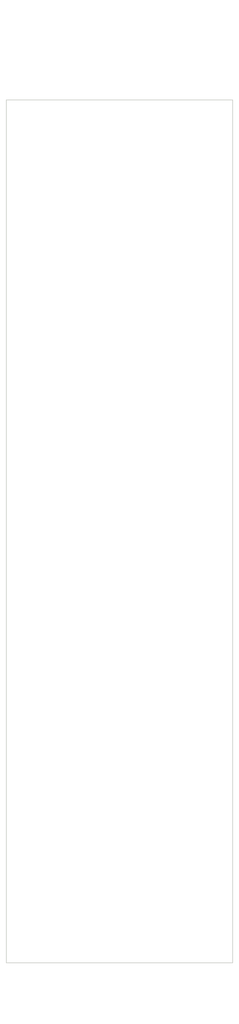
<source format=kicad_pcb>
(kicad_pcb (version 20211014) (generator pcbnew)

  (general
    (thickness 1.6)
  )

  (paper "A4")
  (layers
    (0 "F.Cu" signal)
    (31 "B.Cu" signal)
    (32 "B.Adhes" user "B.Adhesive")
    (33 "F.Adhes" user "F.Adhesive")
    (34 "B.Paste" user)
    (35 "F.Paste" user)
    (36 "B.SilkS" user "B.Silkscreen")
    (37 "F.SilkS" user "F.Silkscreen")
    (38 "B.Mask" user)
    (39 "F.Mask" user)
    (40 "Dwgs.User" user "User.Drawings")
    (41 "Cmts.User" user "User.Comments")
    (42 "Eco1.User" user "User.Eco1")
    (43 "Eco2.User" user "User.Eco2")
    (44 "Edge.Cuts" user)
    (45 "Margin" user)
    (46 "B.CrtYd" user "B.Courtyard")
    (47 "F.CrtYd" user "F.Courtyard")
    (48 "B.Fab" user)
    (49 "F.Fab" user)
    (50 "User.1" user)
    (51 "User.2" user)
    (52 "User.3" user)
    (53 "User.4" user)
    (54 "User.5" user)
    (55 "User.6" user)
    (56 "User.7" user)
    (57 "User.8" user)
    (58 "User.9" user)
  )

  (setup
    (pad_to_mask_clearance 0)
    (pcbplotparams
      (layerselection 0x00010fc_ffffffff)
      (disableapertmacros false)
      (usegerberextensions false)
      (usegerberattributes true)
      (usegerberadvancedattributes true)
      (creategerberjobfile true)
      (svguseinch false)
      (svgprecision 6)
      (excludeedgelayer true)
      (plotframeref false)
      (viasonmask false)
      (mode 1)
      (useauxorigin false)
      (hpglpennumber 1)
      (hpglpenspeed 20)
      (hpglpendiameter 15.000000)
      (dxfpolygonmode true)
      (dxfimperialunits true)
      (dxfusepcbnewfont true)
      (psnegative false)
      (psa4output false)
      (plotreference true)
      (plotvalue true)
      (plotinvisibletext false)
      (sketchpadsonfab false)
      (subtractmaskfromsilk false)
      (outputformat 1)
      (mirror false)
      (drillshape 1)
      (scaleselection 1)
      (outputdirectory "")
    )
  )

  (net 0 "")

  (gr_line (start 0.75 12.5) (end 0.75 120.85) (layer "Edge.Cuts") (width 0.1) (tstamp 1a09a7cb-78f5-4989-9bdf-8b4c4a8beb1d))
  (gr_line (start 29.25 120.85) (end 29.25 12.5) (layer "Edge.Cuts") (width 0.1) (tstamp 2aef071e-f380-49c0-b1ba-860b2a4bd684))
  (gr_line (start 0.75 120.85) (end 29.25 120.85) (layer "Edge.Cuts") (width 0.1) (tstamp 347e4106-0ad8-4579-9925-c65107fafee2))
  (gr_line (start 0.75 12.5) (end 29.25 12.5) (layer "Edge.Cuts") (width 0.1) (tstamp c8cb28f7-4e0d-49a3-8b9b-fcff4adac1d4))
  (gr_line (start 30 0) (end 30 128.5) (layer "User.1") (width 0.1) (tstamp 14be568d-2e52-4aed-b81b-dddc75cbdd07))
  (gr_line (start 0 128.5) (end 0 0) (layer "User.1") (width 0.1) (tstamp 159574a9-ecec-48bb-adb0-3dc9e65d4e79))
  (gr_line (start 0 0) (end 30 0) (layer "User.1") (width 0.1) (tstamp 7a879184-fad8-4feb-afb5-86fe8d34f1f7))
  (gr_line (start 30 128.5) (end 0 128.5) (layer "User.1") (width 0.1) (tstamp bc3f6e1f-c81e-4889-865a-0e223a5a22e2))

)

</source>
